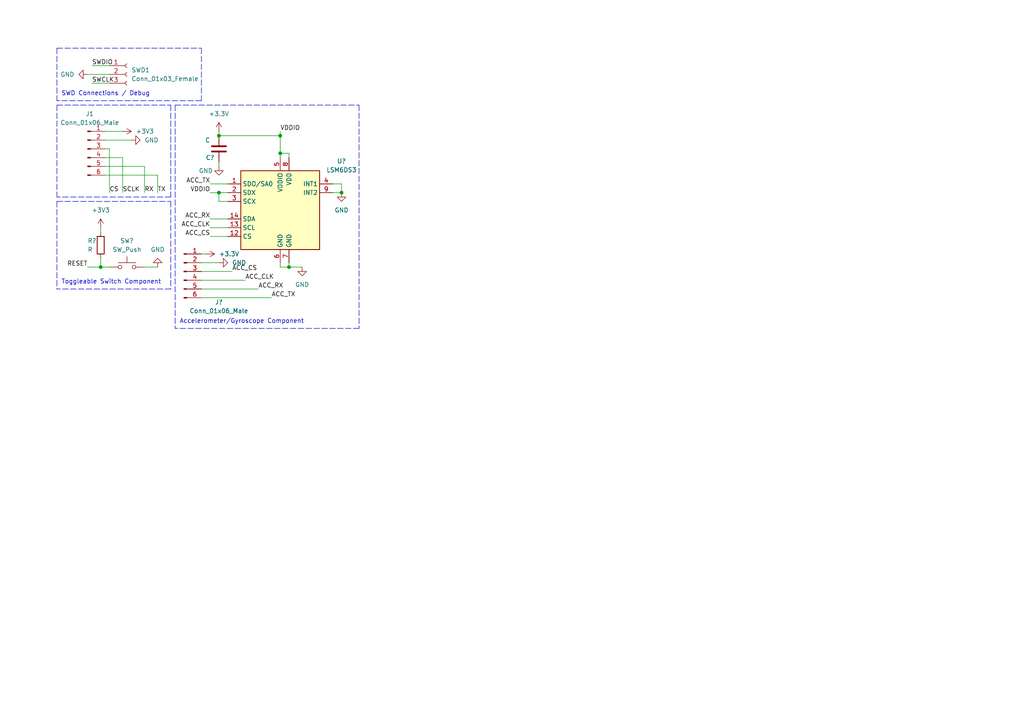
<source format=kicad_sch>
(kicad_sch (version 20211123) (generator eeschema)
  (paper "A4")
  (lib_symbols
    (symbol "+3V3_1" (power) (pin_names (offset 0))
      (property "Value" "+3V3_1" (at 0 3.556 0))
      (symbol "+3V3_1_0_1"
        (polyline (pts (xy -0.762 1.27) (xy 0 2.54)))
        (polyline (pts (xy 0 0) (xy 0 2.54)))
        (polyline (pts (xy 0 2.54) (xy 0.762 1.27)))
      )
      (symbol "+3V3_1_1_1"
        (pin power_in line (at 0 0 90) (length 0) hide (name "+3V3") (number "1"))
      )
    )
    (symbol "Connector:Conn_01x03_Female" (pin_names (offset 1.016) hide)
      (property "Reference" "J" (at 0 5.08 0))
      (property "Value" "Conn_01x03_Female" (at 0 -5.08 0))
      (symbol "Conn_01x03_Female_1_1"
        (arc (start 0 -2.032) (mid -0.508 -2.54) (end 0 -3.048) (stroke (width 0.1524)))
        (polyline (pts (xy -1.27 -2.54) (xy -0.508 -2.54)) (stroke (width 0.1524)))
        (polyline (pts (xy -1.27 0) (xy -0.508 0)) (stroke (width 0.1524)))
        (polyline (pts (xy -1.27 2.54) (xy -0.508 2.54)) (stroke (width 0.1524)))
        (arc (start 0 0.508) (mid -0.508 0) (end 0 -0.508) (stroke (width 0.1524)))
        (arc (start 0 3.048) (mid -0.508 2.54) (end 0 2.032) (stroke (width 0.1524)))
        (pin passive line (at -5.08 2.54 0) (length 3.81) (name "Pin_1") (number "1"))
        (pin passive line (at -5.08 0 0) (length 3.81) (name "Pin_2") (number "2"))
        (pin passive line (at -5.08 -2.54 0) (length 3.81) (name "Pin_3") (number "3"))
      )
    )
    (symbol "Connector:Conn_01x06_Male" (pin_names (offset 1.016) hide)
      (property "Reference" "J" (at 0 7.62 0))
      (property "Value" "Conn_01x06_Male" (at 0 -10.16 0))
      (symbol "Conn_01x06_Male_1_1"
        (polyline (pts (xy 1.27 -7.62) (xy 0.8636 -7.62)) (stroke (width 0.1524)))
        (polyline (pts (xy 1.27 -5.08) (xy 0.8636 -5.08)) (stroke (width 0.1524)))
        (polyline (pts (xy 1.27 -2.54) (xy 0.8636 -2.54)) (stroke (width 0.1524)))
        (polyline (pts (xy 1.27 0) (xy 0.8636 0)) (stroke (width 0.1524)))
        (polyline (pts (xy 1.27 2.54) (xy 0.8636 2.54)) (stroke (width 0.1524)))
        (polyline (pts (xy 1.27 5.08) (xy 0.8636 5.08)) (stroke (width 0.1524)))
        (rectangle (start 0.8636 -7.493) (end 0 -7.747) (stroke (width 0.1524)) (fill (type outline)))
        (rectangle (start 0.8636 -4.953) (end 0 -5.207) (stroke (width 0.1524)) (fill (type outline)))
        (rectangle (start 0.8636 -2.413) (end 0 -2.667) (stroke (width 0.1524)) (fill (type outline)))
        (rectangle (start 0.8636 0.127) (end 0 -0.127) (stroke (width 0.1524)) (fill (type outline)))
        (rectangle (start 0.8636 2.667) (end 0 2.413) (stroke (width 0.1524)) (fill (type outline)))
        (rectangle (start 0.8636 5.207) (end 0 4.953) (stroke (width 0.1524)) (fill (type outline)))
        (pin passive line (at 5.08 5.08 180) (length 3.81) (name "Pin_1") (number "1"))
        (pin passive line (at 5.08 2.54 180) (length 3.81) (name "Pin_2") (number "2"))
        (pin passive line (at 5.08 0 180) (length 3.81) (name "Pin_3") (number "3"))
        (pin passive line (at 5.08 -2.54 180) (length 3.81) (name "Pin_4") (number "4"))
        (pin passive line (at 5.08 -5.08 180) (length 3.81) (name "Pin_5") (number "5"))
        (pin passive line (at 5.08 -7.62 180) (length 3.81) (name "Pin_6") (number "6"))
      )
    )
    (symbol "Device:C" (pin_numbers hide) (pin_names (offset 0.254))
      (property "Reference" "C" (at 0.635 2.54 0))
      (property "Value" "C" (at 0.635 -2.54 0))
      (symbol "C_0_1"
        (polyline (pts (xy -2.032 -0.762) (xy 2.032 -0.762)) (stroke (width 0.508)))
        (polyline (pts (xy -2.032 0.762) (xy 2.032 0.762)) (stroke (width 0.508)))
      )
      (symbol "C_1_1"
        (pin passive line (at 0 3.81 270) (length 2.794) (name "~") (number "1"))
        (pin passive line (at 0 -3.81 90) (length 2.794) (name "~") (number "2"))
      )
    )
    (symbol "Device:R" (pin_numbers hide) (pin_names (offset 0))
      (property "Reference" "R" (at 2.032 0 90))
      (property "Value" "R" (at 0 0 90))
      (symbol "R_0_1"
        (rectangle (start -1.016 -2.54) (end 1.016 2.54) (stroke (width 0.254)))
      )
      (symbol "R_1_1"
        (pin passive line (at 0 3.81 270) (length 1.27) (name "~") (number "1"))
        (pin passive line (at 0 -3.81 90) (length 1.27) (name "~") (number "2"))
      )
    )
    (symbol "GND_1" (power) (pin_names (offset 0))
      (property "Value" "GND_1" (at 0 -3.81 0))
      (symbol "GND_1_0_1"
        (polyline (pts (xy 0 0) (xy 0 -1.27) (xy 1.27 -1.27) (xy 0 -2.54) (xy -1.27 -1.27) (xy 0 -1.27)))
      )
      (symbol "GND_1_1_1"
        (pin power_in line (at 0 0 270) (length 0) hide (name "GND") (number "1"))
      )
    )
    (symbol "GND_2" (power) (pin_names (offset 0))
      (property "Value" "GND_2" (at 0 -3.81 0))
      (symbol "GND_2_0_1"
        (polyline (pts (xy 0 0) (xy 0 -1.27) (xy 1.27 -1.27) (xy 0 -2.54) (xy -1.27 -1.27) (xy 0 -1.27)))
      )
      (symbol "GND_2_1_1"
        (pin power_in line (at 0 0 270) (length 0) hide (name "GND") (number "1"))
      )
    )
    (symbol "GND_3" (power) (pin_names (offset 0))
      (property "Value" "GND_3" (at 0 -3.81 0))
      (symbol "GND_3_0_1"
        (polyline (pts (xy 0 0) (xy 0 -1.27) (xy 1.27 -1.27) (xy 0 -2.54) (xy -1.27 -1.27) (xy 0 -1.27)))
      )
      (symbol "GND_3_1_1"
        (pin power_in line (at 0 0 270) (length 0) hide (name "GND") (number "1"))
      )
    )
    (symbol "GND_4" (power) (pin_names (offset 0))
      (property "Value" "GND_4" (at 0 -3.81 0))
      (symbol "GND_4_0_1"
        (polyline (pts (xy 0 0) (xy 0 -1.27) (xy 1.27 -1.27) (xy 0 -2.54) (xy -1.27 -1.27) (xy 0 -1.27)))
      )
      (symbol "GND_4_1_1"
        (pin power_in line (at 0 0 270) (length 0) hide (name "GND") (number "1"))
      )
    )
    (symbol "GND_5" (power) (pin_names (offset 0))
      (property "Value" "GND_5" (at 0 -3.81 0))
      (symbol "GND_5_0_1"
        (polyline (pts (xy 0 0) (xy 0 -1.27) (xy 1.27 -1.27) (xy 0 -2.54) (xy -1.27 -1.27) (xy 0 -1.27)))
      )
      (symbol "GND_5_1_1"
        (pin power_in line (at 0 0 270) (length 0) hide (name "GND") (number "1"))
      )
    )
    (symbol "Sensor_Motion:LSM6DS3"
      (property "Reference" "U" (at -11.43 15.24 0))
      (property "Value" "LSM6DS3" (at -11.43 12.7 0))
      (symbol "LSM6DS3_0_1"
        (rectangle (start 11.43 11.43) (end -11.43 -11.43) (stroke (width 0.254)) (fill (type background)))
      )
      (symbol "LSM6DS3_1_1"
        (pin bidirectional line (at -15.24 7.62 0) (length 3.81) (name "SDO/SA0") (number "1"))
        (pin no_connect line (at 10.16 -5.08 180) (length 3.81) hide (name "NC") (number "10"))
        (pin no_connect line (at 10.16 -2.54 180) (length 3.81) hide (name "NC") (number "11"))
        (pin input line (at -15.24 -7.62 0) (length 3.81) (name "CS") (number "12"))
        (pin input line (at -15.24 -5.08 0) (length 3.81) (name "SCL") (number "13"))
        (pin bidirectional line (at -15.24 -2.54 0) (length 3.81) (name "SDA") (number "14"))
        (pin bidirectional line (at -15.24 5.08 0) (length 3.81) (name "SDX") (number "2"))
        (pin input line (at -15.24 2.54 0) (length 3.81) (name "SCX") (number "3"))
        (pin output line (at 15.24 7.62 180) (length 3.81) (name "INT1") (number "4"))
        (pin power_in line (at 0 15.24 270) (length 3.81) (name "VDDIO") (number "5"))
        (pin power_in line (at 0 -15.24 90) (length 3.81) (name "GND") (number "6"))
        (pin power_in line (at 2.54 -15.24 90) (length 3.81) (name "GND") (number "7"))
        (pin power_in line (at 2.54 15.24 270) (length 3.81) (name "VDD") (number "8"))
        (pin output line (at 15.24 5.08 180) (length 3.81) (name "INT2") (number "9"))
      )
    )
    (symbol "Switch:SW_Push" (pin_numbers hide) (pin_names (offset 1.016) hide)
      (property "Reference" "SW" (at 1.27 2.54 0))
      (property "Value" "SW_Push" (at 0 -1.524 0))
      (symbol "SW_Push_0_1"
        (circle (center -2.032 0) (radius 0.508))
        (polyline (pts (xy 0 1.27) (xy 0 3.048)))
        (polyline (pts (xy 2.54 1.27) (xy -2.54 1.27)))
        (circle (center 2.032 0) (radius 0.508))
        (pin passive line (at -5.08 0 0) (length 2.54) (name "1") (number "1"))
        (pin passive line (at 5.08 0 180) (length 2.54) (name "2") (number "2"))
      )
    )
    (symbol "power:+3.3V" (power) (pin_names (offset 0))
      (property "Value" "+3.3V" (at 0 3.556 0))
      (symbol "+3.3V_0_1"
        (polyline (pts (xy -0.762 1.27) (xy 0 2.54)))
        (polyline (pts (xy 0 0) (xy 0 2.54)))
        (polyline (pts (xy 0 2.54) (xy 0.762 1.27)))
      )
      (symbol "+3.3V_1_1"
        (pin power_in line (at 0 0 90) (length 0) hide (name "+3.3V") (number "1"))
      )
    )
    (symbol "power:+3V3" (power) (pin_names (offset 0))
      (property "Value" "+3V3" (at 0 3.556 0))
      (symbol "+3V3_0_1"
        (polyline (pts (xy -0.762 1.27) (xy 0 2.54)))
        (polyline (pts (xy 0 0) (xy 0 2.54)))
        (polyline (pts (xy 0 2.54) (xy 0.762 1.27)))
      )
      (symbol "+3V3_1_1"
        (pin power_in line (at 0 0 90) (length 0) hide (name "+3V3") (number "1"))
      )
    )
    (symbol "power:GND" (power) (pin_names (offset 0))
      (property "Value" "GND" (at 0 -3.81 0))
      (symbol "GND_0_1"
        (polyline (pts (xy 0 0) (xy 0 -1.27) (xy 1.27 -1.27) (xy 0 -2.54) (xy -1.27 -1.27) (xy 0 -1.27)))
      )
      (symbol "GND_1_1"
        (pin power_in line (at 0 0 270) (length 0) hide (name "GND") (number "1"))
      )
    )
  )
  (junction (at 63.5 39.37))
  (junction (at 99.06 55.88))
  (junction (at 83.82 77.47))
  (junction (at 29.21 77.47))
  (junction (at 81.28 44.45))
  (junction (at 81.28 39.37))
  (junction (at 63.5 55.88))
  (wire (pts (xy 58.42 76.2) (xy 63.5 76.2)))
  (wire (pts (xy 60.96 53.34) (xy 66.04 53.34)))
  (wire (pts (xy 96.52 53.34) (xy 99.06 53.34)))
  (polyline (pts (xy 16.51 13.97) (xy 16.51 29.21)))
  (wire (pts (xy 58.42 83.82) (xy 74.93 83.82)))
  (wire (pts (xy 45.72 50.8) (xy 45.72 55.88)))
  (wire (pts (xy 81.28 77.47) (xy 83.82 77.47)))
  (wire (pts (xy 63.5 55.88) (xy 66.04 55.88)))
  (wire (pts (xy 30.48 43.18) (xy 31.75 43.18)))
  (wire (pts (xy 81.28 44.45) (xy 83.82 44.45)))
  (polyline (pts (xy 16.51 30.48) (xy 16.51 57.15)))
  (wire (pts (xy 63.5 55.88) (xy 63.5 58.42)))
  (wire (pts (xy 81.28 38.1) (xy 81.28 39.37)))
  (wire (pts (xy 60.96 66.04) (xy 66.04 66.04)))
  (polyline (pts (xy 49.53 57.15) (xy 16.51 57.15)))
  (wire (pts (xy 99.06 53.34) (xy 99.06 55.88)))
  (polyline (pts (xy 16.51 30.48) (xy 49.53 30.48)))
  (wire (pts (xy 41.91 48.26) (xy 41.91 55.88)))
  (polyline (pts (xy 16.51 13.97) (xy 58.42 13.97)))
  (wire (pts (xy 60.96 68.58) (xy 66.04 68.58)))
  (wire (pts (xy 60.96 63.5) (xy 66.04 63.5)))
  (polyline (pts (xy 104.14 30.48) (xy 104.14 95.25)))
  (polyline (pts (xy 49.53 30.48) (xy 49.53 57.15)))
  (wire (pts (xy 31.75 43.18) (xy 31.75 55.88)))
  (wire (pts (xy 26.67 19.05) (xy 31.75 19.05)))
  (wire (pts (xy 35.56 45.72) (xy 35.56 55.88)))
  (wire (pts (xy 29.21 77.47) (xy 31.75 77.47)))
  (wire (pts (xy 25.4 21.59) (xy 31.75 21.59)))
  (polyline (pts (xy 49.53 83.82) (xy 16.51 83.82)))
  (wire (pts (xy 30.48 50.8) (xy 45.72 50.8)))
  (wire (pts (xy 41.91 77.47) (xy 45.72 77.47)))
  (wire (pts (xy 58.42 78.74) (xy 67.31 78.74)))
  (wire (pts (xy 63.5 58.42) (xy 66.04 58.42)))
  (polyline (pts (xy 49.53 58.42) (xy 49.53 83.82)))
  (wire (pts (xy 30.48 45.72) (xy 35.56 45.72)))
  (wire (pts (xy 63.5 39.37) (xy 81.28 39.37)))
  (wire (pts (xy 58.42 86.36) (xy 78.74 86.36)))
  (wire (pts (xy 96.52 55.88) (xy 99.06 55.88)))
  (wire (pts (xy 25.4 77.47) (xy 29.21 77.47)))
  (wire (pts (xy 81.28 76.2) (xy 81.28 77.47)))
  (wire (pts (xy 58.42 81.28) (xy 71.12 81.28)))
  (polyline (pts (xy 58.42 29.21) (xy 16.51 29.21)))
  (wire (pts (xy 30.48 40.64) (xy 38.1 40.64)))
  (wire (pts (xy 63.5 38.1) (xy 63.5 39.37)))
  (wire (pts (xy 29.21 74.93) (xy 29.21 77.47)))
  (wire (pts (xy 81.28 39.37) (xy 81.28 44.45)))
  (wire (pts (xy 29.21 66.04) (xy 29.21 67.31)))
  (wire (pts (xy 83.82 44.45) (xy 83.82 45.72)))
  (polyline (pts (xy 50.8 30.48) (xy 50.8 95.25)))
  (wire (pts (xy 81.28 44.45) (xy 81.28 45.72)))
  (polyline (pts (xy 16.51 58.42) (xy 49.53 58.42)))
  (wire (pts (xy 63.5 46.99) (xy 63.5 48.26)))
  (polyline (pts (xy 50.8 30.48) (xy 104.14 30.48)))
  (wire (pts (xy 26.67 24.13) (xy 31.75 24.13)))
  (wire (pts (xy 83.82 77.47) (xy 87.63 77.47)))
  (polyline (pts (xy 16.51 58.42) (xy 16.51 83.82)))
  (wire (pts (xy 30.48 38.1) (xy 35.56 38.1)))
  (wire (pts (xy 58.42 73.66) (xy 59.69 73.66)))
  (wire (pts (xy 83.82 77.47) (xy 83.82 76.2)))
  (polyline (pts (xy 58.42 13.97) (xy 58.42 29.21)))
  (wire (pts (xy 30.48 48.26) (xy 41.91 48.26)))
  (wire (pts (xy 60.96 55.88) (xy 63.5 55.88)))
  (polyline (pts (xy 104.14 95.25) (xy 50.8 95.25)))
  (text "SWD Connections / Debug" (at 17.78 27.94 0) (effects (font (size 1.27 1.27)) (justify left bottom)))
  (text "Accelerometer/Gyroscope Component" (at 52.07 93.98 0) (effects (font (size 1.27 1.27)) (justify left bottom)))
  (text "Toggleable Switch Component\n" (at 17.78 82.55 0) (effects (font (size 1.27 1.27)) (justify left bottom)))
  (label "ACC_CLK" (at 71.12 81.28 0))
  (label "ACC_RX" (at 60.96 63.5 180))
  (label "SCLK" (at 35.56 55.88 0))
  (label "RESET" (at 25.4 77.47 180))
  (label "SWDIO" (at 26.67 19.05 0))
  (label "ACC_CLK" (at 60.96 66.04 180))
  (label "ACC_CS" (at 67.31 78.74 0))
  (label "TX" (at 45.72 55.88 0))
  (label "ACC_TX" (at 60.96 53.34 180))
  (label "VDDIO" (at 81.28 38.1 0))
  (label "SWCLK" (at 26.67 24.13 0))
  (label "VDDIO" (at 60.96 55.88 180))
  (label "ACC_RX" (at 74.93 83.82 0))
  (label "ACC_TX" (at 78.74 86.36 0))
  (label "ACC_CS" (at 60.96 68.58 180))
  (label "RX" (at 41.91 55.88 0))
  (label "CS" (at 31.75 55.88 0))
  (symbol (lib_id "power:GND") (at 38.1 40.64 90) (unit 1)
    (property "Reference" "#PWR?" (effects hide))
    (property "Value" "GND" (at 41.91 40.6399 90) (effects (justify right)))
  )
  (symbol (lib_name "GND_2") (lib_id "power:GND") (at 87.63 77.47 0) (unit 1)
    (property "Reference" "#PWR?" (effects hide))
    (property "Value" "GND" (at 87.63 82.55 0))
  )
  (symbol (lib_id "power:+3.3V") (at 59.69 73.66 270) (unit 1)
    (property "Reference" "#PWR?" (effects hide))
    (property "Value" "+3.3V" (at 63.5 73.6599 90) (effects (justify left)))
  )
  (symbol (lib_name "GND_1") (lib_id "power:GND") (at 45.72 77.47 180) (unit 1)
    (property "Reference" "#PWR?" (effects hide))
    (property "Value" "GND" (at 45.72 72.39 0))
  )
  (symbol (lib_id "power:+3.3V") (at 63.5 38.1 0) (unit 1)
    (property "Reference" "#PWR?" (effects hide))
    (property "Value" "+3.3V" (at 63.5 33.02 0))
  )
  (symbol (lib_id "Connector:Conn_01x06_Male") (at 25.4 43.18 0) (unit 1)
    (property "Reference" "J1" (at 26.035 33.02 0))
    (property "Value" "Conn_01x06_Male" (at 26.035 35.56 0))
  )
  (symbol (lib_id "Connector:Conn_01x03_Female") (at 36.83 21.59 0) (unit 1)
    (property "Reference" "SWD1" (at 38.1 20.3199 0) (effects (justify left)))
    (property "Value" "Conn_01x03_Female" (at 38.1 22.8599 0) (effects (justify left)))
  )
  (symbol (lib_id "power:GND") (at 25.4 21.59 270) (unit 1)
    (property "Reference" "#PWR?" (effects hide))
    (property "Value" "GND" (at 21.59 21.5899 90) (effects (justify right)))
  )
  (symbol (lib_name "GND_5") (lib_id "power:GND") (at 63.5 76.2 90) (unit 1)
    (property "Reference" "#PWR?" (effects hide))
    (property "Value" "GND" (at 67.31 76.1999 90) (effects (justify right)))
  )
  (symbol (lib_id "power:+3V3") (at 35.56 38.1 270) (unit 1)
    (property "Reference" "#PWR?" (effects hide))
    (property "Value" "+3V3" (at 39.37 38.0999 90) (effects (justify left)))
  )
  (symbol (lib_id "Connector:Conn_01x06_Male") (at 53.34 78.74 0) (unit 1)
    (property "Reference" "J?" (at 63.5 87.63 0))
    (property "Value" "Conn_01x06_Male" (at 63.5 90.17 0))
  )
  (symbol (lib_id "Device:C") (at 63.5 43.18 180) (unit 1)
    (property "Reference" "C?" (at 62.23 45.72 0) (effects (justify left)))
    (property "Value" "C" (at 60.96 40.64 0) (effects (justify left)))
  )
  (symbol (lib_name "GND_3") (lib_id "power:GND") (at 63.5 48.26 0) (unit 1)
    (property "Reference" "#PWR?" (effects hide))
    (property "Value" "GND" (at 59.69 49.53 0))
  )
  (symbol (lib_id "Device:R") (at 29.21 71.12 0) (unit 1)
    (property "Reference" "R?" (at 25.4 69.85 0) (effects (justify left)))
    (property "Value" "R" (at 25.4 72.39 0) (effects (justify left)))
  )
  (symbol (lib_id "Switch:SW_Push") (at 36.83 77.47 0) (unit 1)
    (property "Reference" "SW?" (at 36.83 69.85 0))
    (property "Value" "SW_Push" (at 36.83 72.39 0))
  )
  (symbol (lib_id "Sensor_Motion:LSM6DS3") (at 81.28 60.96 0) (unit 1)
    (property "Reference" "U?" (at 99.06 46.7612 0))
    (property "Value" "LSM6DS3" (at 99.06 49.3012 0))
    (property "Footprint" "Package_LGA:LGA-14_3x2.5mm_P0.5mm_LayoutBorder3x4y" (effects hide))
    (property "Datasheet" "www.st.com/resource/en/datasheet/lsm6ds3.pdf" (effects hide))
  )
  (symbol (lib_name "GND_4") (lib_id "power:GND") (at 99.06 55.88 0) (unit 1)
    (property "Reference" "#PWR?" (effects hide))
    (property "Value" "GND" (at 99.06 60.96 0))
  )
  (symbol (lib_name "+3V3_1") (lib_id "power:+3V3") (at 29.21 66.04 0) (unit 1)
    (property "Reference" "#PWR?" (effects hide))
    (property "Value" "+3V3" (at 29.21 60.96 0))
  )
)
</source>
